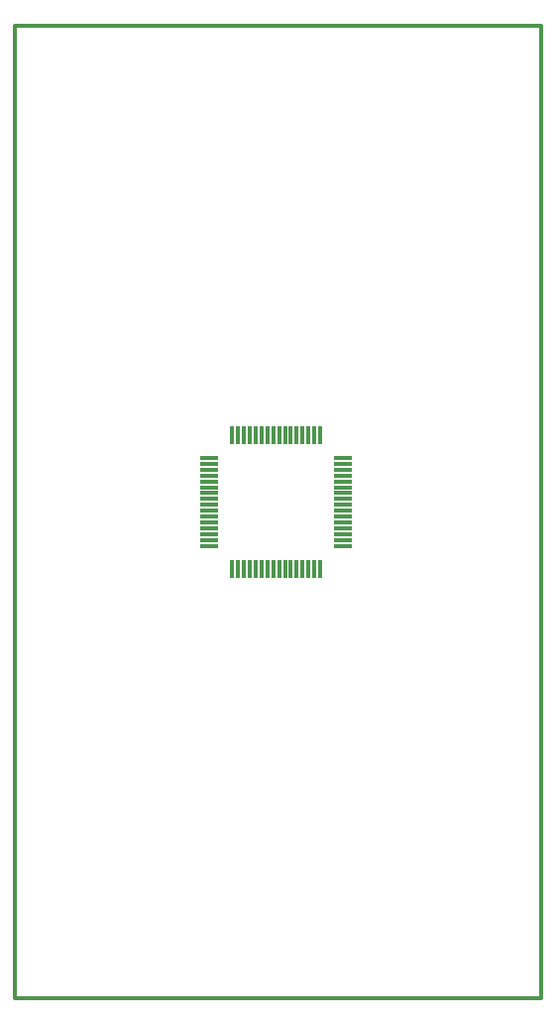
<source format=gtp>
G75*
G70*
%OFA0B0*%
%FSLAX24Y24*%
%IPPOS*%
%LPD*%
%AMOC8*
5,1,8,0,0,1.08239X$1,22.5*
%
%ADD10C,0.0120*%
%ADD11R,0.0591X0.0118*%
%ADD12R,0.0118X0.0591*%
D10*
X001007Y000170D02*
X018692Y000170D01*
X018692Y032847D01*
X001007Y032847D01*
X001007Y000170D01*
D11*
X007546Y015369D03*
X007546Y015565D03*
X007546Y015762D03*
X007546Y015959D03*
X007546Y016156D03*
X007546Y016353D03*
X007546Y016550D03*
X007546Y016747D03*
X007546Y016943D03*
X007546Y017140D03*
X007546Y017337D03*
X007546Y017534D03*
X007546Y017731D03*
X007546Y017928D03*
X007546Y018125D03*
X007546Y018321D03*
X012034Y018321D03*
X012034Y018125D03*
X012034Y017928D03*
X012034Y017731D03*
X012034Y017534D03*
X012034Y017337D03*
X012034Y017140D03*
X012034Y016943D03*
X012034Y016747D03*
X012034Y016550D03*
X012034Y016353D03*
X012034Y016156D03*
X012034Y015959D03*
X012034Y015762D03*
X012034Y015565D03*
X012034Y015369D03*
D12*
X011266Y014601D03*
X011069Y014601D03*
X010873Y014601D03*
X010676Y014601D03*
X010479Y014601D03*
X010282Y014601D03*
X010085Y014601D03*
X009888Y014601D03*
X009691Y014601D03*
X009495Y014601D03*
X009298Y014601D03*
X009101Y014601D03*
X008904Y014601D03*
X008707Y014601D03*
X008510Y014601D03*
X008314Y014601D03*
X008314Y019089D03*
X008510Y019089D03*
X008707Y019089D03*
X008904Y019089D03*
X009101Y019089D03*
X009298Y019089D03*
X009495Y019089D03*
X009691Y019089D03*
X009888Y019089D03*
X010085Y019089D03*
X010282Y019089D03*
X010479Y019089D03*
X010676Y019089D03*
X010873Y019089D03*
X011069Y019089D03*
X011266Y019089D03*
M02*

</source>
